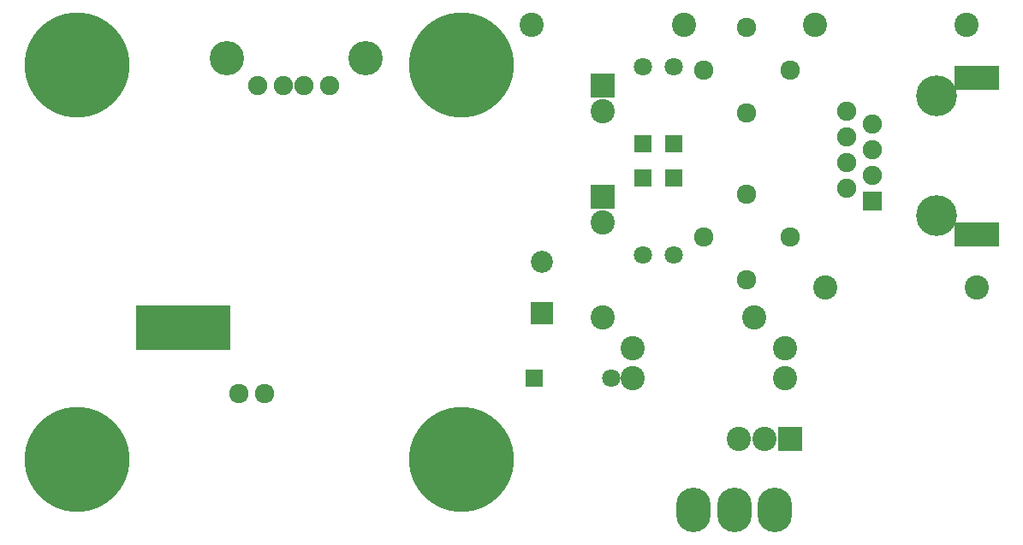
<source format=gbs>
G04 #@! TF.FileFunction,Soldermask,Bot*
%FSLAX46Y46*%
G04 Gerber Fmt 4.6, Leading zero omitted, Abs format (unit mm)*
G04 Created by KiCad (PCBNEW 4.0.2+dfsg1-stable) date Mi 16 Aug 2017 11:46:23 CEST*
%MOMM*%
G01*
G04 APERTURE LIST*
%ADD10C,0.100000*%
%ADD11C,1.924000*%
%ADD12R,1.797000X1.797000*%
%ADD13C,1.797000*%
%ADD14R,2.400000X2.400000*%
%ADD15C,2.400000*%
%ADD16C,2.398980*%
%ADD17R,2.398980X2.398980*%
%ADD18C,10.400000*%
%ADD19C,1.901140*%
%ADD20C,3.399740*%
%ADD21R,2.178000X2.178000*%
%ADD22C,2.178000*%
%ADD23O,3.400000X4.400000*%
%ADD24R,9.400000X4.400000*%
%ADD25C,4.049980*%
%ADD26R,1.901140X1.901140*%
%ADD27R,4.400000X2.400000*%
G04 APERTURE END LIST*
D10*
D11*
X108495281Y-50030000D03*
X104252641Y-54272641D03*
X100010000Y-50030000D03*
X104252641Y-45787359D03*
D12*
X97000000Y-44190000D03*
D13*
X97000000Y-51810000D03*
D12*
X97000000Y-40810000D03*
D13*
X97000000Y-33190000D03*
D12*
X94000000Y-44190000D03*
D13*
X94000000Y-51810000D03*
D14*
X90000000Y-46000000D03*
D15*
X90000000Y-48540000D03*
D14*
X90000000Y-35000000D03*
D15*
X90000000Y-37540000D03*
D12*
X94000000Y-40810000D03*
D13*
X94000000Y-33190000D03*
D11*
X108495281Y-33520000D03*
X104252641Y-37762641D03*
X100010000Y-33520000D03*
X104252641Y-29277359D03*
D12*
X83190000Y-64000000D03*
D13*
X90810000Y-64000000D03*
D16*
X106000000Y-70000000D03*
D17*
X108540000Y-70000000D03*
D16*
X103460000Y-70000000D03*
D18*
X76000000Y-33000000D03*
X38000000Y-33000000D03*
X76000000Y-72000000D03*
X38000000Y-72000000D03*
D19*
X55887140Y-35002120D03*
X58427140Y-35002120D03*
X60459140Y-35002120D03*
X62999140Y-35002120D03*
D20*
X52839140Y-32335120D03*
X66555140Y-32335120D03*
D21*
X84000000Y-57540000D03*
D22*
X84000000Y-52460000D03*
D23*
X107000000Y-77000000D03*
X103000000Y-77000000D03*
X99000000Y-77000000D03*
D16*
X83000000Y-29000000D03*
X98000000Y-29000000D03*
X90000000Y-58000000D03*
X105000000Y-58000000D03*
X111000000Y-29000000D03*
X126000000Y-29000000D03*
X112000000Y-55000000D03*
X127000000Y-55000000D03*
X93000000Y-64000000D03*
X108000000Y-64000000D03*
X108000000Y-61000000D03*
X93000000Y-61000000D03*
D24*
X48500000Y-59000000D03*
D25*
X123000000Y-36061480D03*
X123000000Y-47930900D03*
D26*
X116650000Y-46445000D03*
D19*
X114110000Y-45175000D03*
X116650000Y-43905000D03*
X114110000Y-42635000D03*
X116650000Y-41365000D03*
X114110000Y-40095000D03*
X116650000Y-38825000D03*
X114110000Y-37555000D03*
D27*
X127000000Y-34250000D03*
X127000000Y-49750000D03*
D11*
X54000000Y-65530000D03*
X56540000Y-65530000D03*
M02*

</source>
